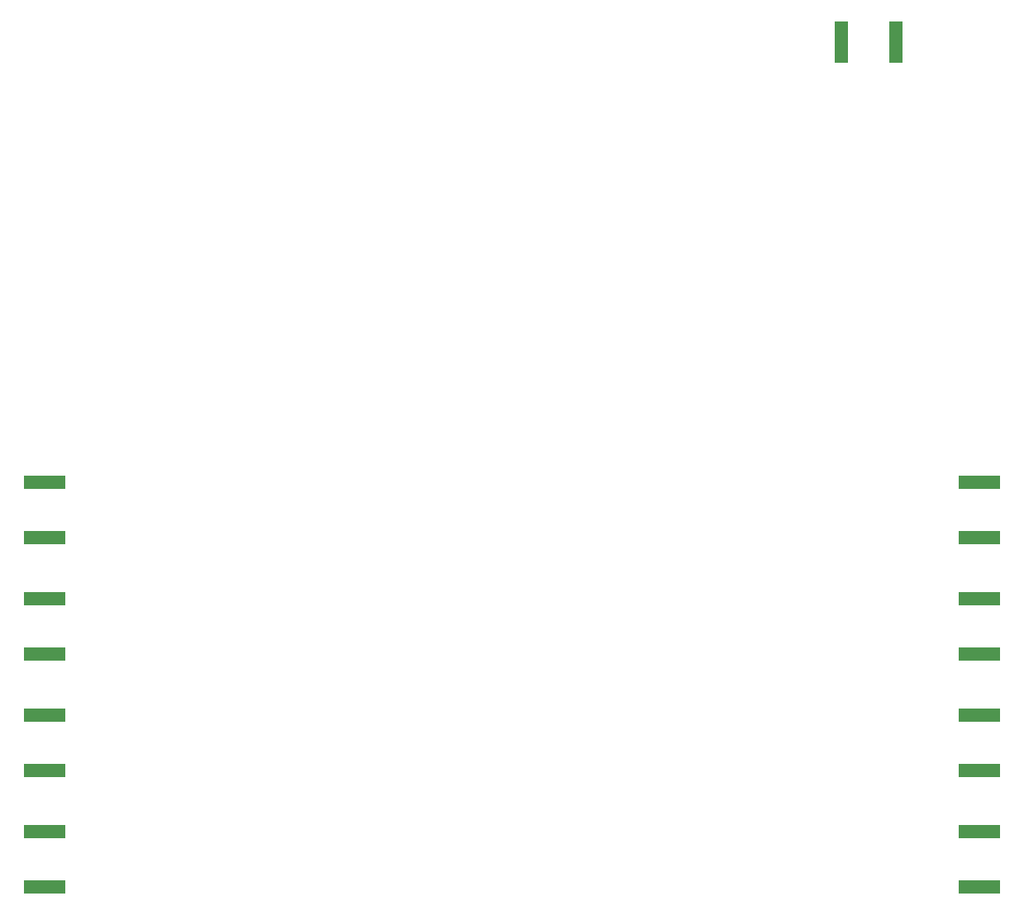
<source format=gbr>
G04 #@! TF.GenerationSoftware,KiCad,Pcbnew,5.1.5+dfsg1-2build2*
G04 #@! TF.CreationDate,2021-02-28T13:03:34-05:00*
G04 #@! TF.ProjectId,gpsdo,67707364-6f2e-46b6-9963-61645f706362,rev?*
G04 #@! TF.SameCoordinates,Original*
G04 #@! TF.FileFunction,Paste,Bot*
G04 #@! TF.FilePolarity,Positive*
%FSLAX46Y46*%
G04 Gerber Fmt 4.6, Leading zero omitted, Abs format (unit mm)*
G04 Created by KiCad (PCBNEW 5.1.5+dfsg1-2build2) date 2021-02-28 13:03:34*
%MOMM*%
%LPD*%
G04 APERTURE LIST*
%ADD10R,1.350000X4.200000*%
%ADD11R,4.200000X1.350000*%
G04 APERTURE END LIST*
D10*
X83655000Y-2060000D03*
X89305000Y-2060000D03*
D11*
X2100000Y-52825000D03*
X2100000Y-47175000D03*
X2100000Y-64758333D03*
X2100000Y-59108333D03*
X97800000Y-71041666D03*
X97800000Y-76691666D03*
X2100000Y-88625000D03*
X2100000Y-82975000D03*
X97800000Y-47175000D03*
X97800000Y-52825000D03*
X97800000Y-59108333D03*
X97800000Y-64758333D03*
X2100000Y-76691666D03*
X2100000Y-71041666D03*
X97800000Y-82975000D03*
X97800000Y-88625000D03*
M02*

</source>
